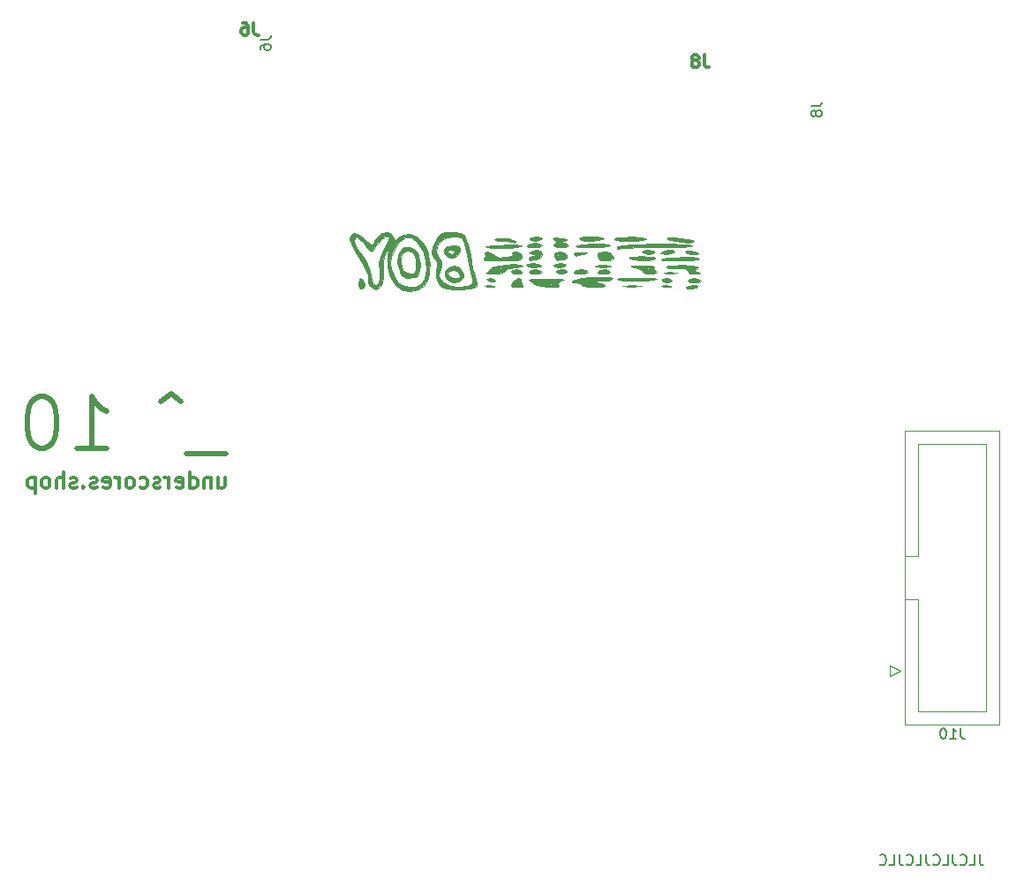
<source format=gbo>
G04 #@! TF.GenerationSoftware,KiCad,Pcbnew,8.0.5*
G04 #@! TF.CreationDate,2025-04-09T15:30:52+10:00*
G04 #@! TF.ProjectId,recurBOY,72656375-7242-44f5-992e-6b696361645f,v1_1_0*
G04 #@! TF.SameCoordinates,Original*
G04 #@! TF.FileFunction,Legend,Bot*
G04 #@! TF.FilePolarity,Positive*
%FSLAX46Y46*%
G04 Gerber Fmt 4.6, Leading zero omitted, Abs format (unit mm)*
G04 Created by KiCad (PCBNEW 8.0.5) date 2025-04-09 15:30:52*
%MOMM*%
%LPD*%
G01*
G04 APERTURE LIST*
%ADD10C,0.300000*%
%ADD11C,0.500000*%
%ADD12C,0.150000*%
%ADD13C,0.010000*%
%ADD14C,0.120000*%
G04 APERTURE END LIST*
D10*
X173499999Y-56539542D02*
X173499999Y-57396685D01*
X173499999Y-57396685D02*
X173557142Y-57568114D01*
X173557142Y-57568114D02*
X173671428Y-57682400D01*
X173671428Y-57682400D02*
X173842856Y-57739542D01*
X173842856Y-57739542D02*
X173957142Y-57739542D01*
X172757142Y-57053828D02*
X172871427Y-56996685D01*
X172871427Y-56996685D02*
X172928570Y-56939542D01*
X172928570Y-56939542D02*
X172985713Y-56825257D01*
X172985713Y-56825257D02*
X172985713Y-56768114D01*
X172985713Y-56768114D02*
X172928570Y-56653828D01*
X172928570Y-56653828D02*
X172871427Y-56596685D01*
X172871427Y-56596685D02*
X172757142Y-56539542D01*
X172757142Y-56539542D02*
X172528570Y-56539542D01*
X172528570Y-56539542D02*
X172414285Y-56596685D01*
X172414285Y-56596685D02*
X172357142Y-56653828D01*
X172357142Y-56653828D02*
X172299999Y-56768114D01*
X172299999Y-56768114D02*
X172299999Y-56825257D01*
X172299999Y-56825257D02*
X172357142Y-56939542D01*
X172357142Y-56939542D02*
X172414285Y-56996685D01*
X172414285Y-56996685D02*
X172528570Y-57053828D01*
X172528570Y-57053828D02*
X172757142Y-57053828D01*
X172757142Y-57053828D02*
X172871427Y-57110971D01*
X172871427Y-57110971D02*
X172928570Y-57168114D01*
X172928570Y-57168114D02*
X172985713Y-57282400D01*
X172985713Y-57282400D02*
X172985713Y-57510971D01*
X172985713Y-57510971D02*
X172928570Y-57625257D01*
X172928570Y-57625257D02*
X172871427Y-57682400D01*
X172871427Y-57682400D02*
X172757142Y-57739542D01*
X172757142Y-57739542D02*
X172528570Y-57739542D01*
X172528570Y-57739542D02*
X172414285Y-57682400D01*
X172414285Y-57682400D02*
X172357142Y-57625257D01*
X172357142Y-57625257D02*
X172299999Y-57510971D01*
X172299999Y-57510971D02*
X172299999Y-57282400D01*
X172299999Y-57282400D02*
X172357142Y-57168114D01*
X172357142Y-57168114D02*
X172414285Y-57110971D01*
X172414285Y-57110971D02*
X172528570Y-57053828D01*
D11*
X127600000Y-94763285D02*
X123790476Y-94763285D01*
X123314285Y-89763285D02*
X122361904Y-89049000D01*
X122361904Y-89049000D02*
X121409523Y-89763285D01*
X113314285Y-94287095D02*
X116171428Y-94287095D01*
X114742856Y-94287095D02*
X114742856Y-89287095D01*
X114742856Y-89287095D02*
X115219047Y-90001380D01*
X115219047Y-90001380D02*
X115695237Y-90477571D01*
X115695237Y-90477571D02*
X116171428Y-90715666D01*
X110219046Y-89287095D02*
X109742856Y-89287095D01*
X109742856Y-89287095D02*
X109266665Y-89525190D01*
X109266665Y-89525190D02*
X109028570Y-89763285D01*
X109028570Y-89763285D02*
X108790475Y-90239476D01*
X108790475Y-90239476D02*
X108552380Y-91191857D01*
X108552380Y-91191857D02*
X108552380Y-92382333D01*
X108552380Y-92382333D02*
X108790475Y-93334714D01*
X108790475Y-93334714D02*
X109028570Y-93810904D01*
X109028570Y-93810904D02*
X109266665Y-94049000D01*
X109266665Y-94049000D02*
X109742856Y-94287095D01*
X109742856Y-94287095D02*
X110219046Y-94287095D01*
X110219046Y-94287095D02*
X110695237Y-94049000D01*
X110695237Y-94049000D02*
X110933332Y-93810904D01*
X110933332Y-93810904D02*
X111171427Y-93334714D01*
X111171427Y-93334714D02*
X111409523Y-92382333D01*
X111409523Y-92382333D02*
X111409523Y-91191857D01*
X111409523Y-91191857D02*
X111171427Y-90239476D01*
X111171427Y-90239476D02*
X110933332Y-89763285D01*
X110933332Y-89763285D02*
X110695237Y-89525190D01*
X110695237Y-89525190D02*
X110219046Y-89287095D01*
D10*
X130299999Y-53439542D02*
X130299999Y-54296685D01*
X130299999Y-54296685D02*
X130357142Y-54468114D01*
X130357142Y-54468114D02*
X130471428Y-54582400D01*
X130471428Y-54582400D02*
X130642856Y-54639542D01*
X130642856Y-54639542D02*
X130757142Y-54639542D01*
X129214285Y-53439542D02*
X129442856Y-53439542D01*
X129442856Y-53439542D02*
X129557142Y-53496685D01*
X129557142Y-53496685D02*
X129614285Y-53553828D01*
X129614285Y-53553828D02*
X129728570Y-53725257D01*
X129728570Y-53725257D02*
X129785713Y-53953828D01*
X129785713Y-53953828D02*
X129785713Y-54410971D01*
X129785713Y-54410971D02*
X129728570Y-54525257D01*
X129728570Y-54525257D02*
X129671427Y-54582400D01*
X129671427Y-54582400D02*
X129557142Y-54639542D01*
X129557142Y-54639542D02*
X129328570Y-54639542D01*
X129328570Y-54639542D02*
X129214285Y-54582400D01*
X129214285Y-54582400D02*
X129157142Y-54525257D01*
X129157142Y-54525257D02*
X129099999Y-54410971D01*
X129099999Y-54410971D02*
X129099999Y-54125257D01*
X129099999Y-54125257D02*
X129157142Y-54010971D01*
X129157142Y-54010971D02*
X129214285Y-53953828D01*
X129214285Y-53953828D02*
X129328570Y-53896685D01*
X129328570Y-53896685D02*
X129557142Y-53896685D01*
X129557142Y-53896685D02*
X129671427Y-53953828D01*
X129671427Y-53953828D02*
X129728570Y-54010971D01*
X129728570Y-54010971D02*
X129785713Y-54125257D01*
X126885714Y-97078328D02*
X126885714Y-98078328D01*
X127528571Y-97078328D02*
X127528571Y-97864042D01*
X127528571Y-97864042D02*
X127457142Y-98006900D01*
X127457142Y-98006900D02*
X127314285Y-98078328D01*
X127314285Y-98078328D02*
X127099999Y-98078328D01*
X127099999Y-98078328D02*
X126957142Y-98006900D01*
X126957142Y-98006900D02*
X126885714Y-97935471D01*
X126171428Y-97078328D02*
X126171428Y-98078328D01*
X126171428Y-97221185D02*
X126099999Y-97149757D01*
X126099999Y-97149757D02*
X125957142Y-97078328D01*
X125957142Y-97078328D02*
X125742856Y-97078328D01*
X125742856Y-97078328D02*
X125599999Y-97149757D01*
X125599999Y-97149757D02*
X125528571Y-97292614D01*
X125528571Y-97292614D02*
X125528571Y-98078328D01*
X124171428Y-98078328D02*
X124171428Y-96578328D01*
X124171428Y-98006900D02*
X124314285Y-98078328D01*
X124314285Y-98078328D02*
X124599999Y-98078328D01*
X124599999Y-98078328D02*
X124742856Y-98006900D01*
X124742856Y-98006900D02*
X124814285Y-97935471D01*
X124814285Y-97935471D02*
X124885713Y-97792614D01*
X124885713Y-97792614D02*
X124885713Y-97364042D01*
X124885713Y-97364042D02*
X124814285Y-97221185D01*
X124814285Y-97221185D02*
X124742856Y-97149757D01*
X124742856Y-97149757D02*
X124599999Y-97078328D01*
X124599999Y-97078328D02*
X124314285Y-97078328D01*
X124314285Y-97078328D02*
X124171428Y-97149757D01*
X122885713Y-98006900D02*
X123028570Y-98078328D01*
X123028570Y-98078328D02*
X123314285Y-98078328D01*
X123314285Y-98078328D02*
X123457142Y-98006900D01*
X123457142Y-98006900D02*
X123528570Y-97864042D01*
X123528570Y-97864042D02*
X123528570Y-97292614D01*
X123528570Y-97292614D02*
X123457142Y-97149757D01*
X123457142Y-97149757D02*
X123314285Y-97078328D01*
X123314285Y-97078328D02*
X123028570Y-97078328D01*
X123028570Y-97078328D02*
X122885713Y-97149757D01*
X122885713Y-97149757D02*
X122814285Y-97292614D01*
X122814285Y-97292614D02*
X122814285Y-97435471D01*
X122814285Y-97435471D02*
X123528570Y-97578328D01*
X122171428Y-98078328D02*
X122171428Y-97078328D01*
X122171428Y-97364042D02*
X122099999Y-97221185D01*
X122099999Y-97221185D02*
X122028571Y-97149757D01*
X122028571Y-97149757D02*
X121885713Y-97078328D01*
X121885713Y-97078328D02*
X121742856Y-97078328D01*
X121314285Y-98006900D02*
X121171428Y-98078328D01*
X121171428Y-98078328D02*
X120885714Y-98078328D01*
X120885714Y-98078328D02*
X120742857Y-98006900D01*
X120742857Y-98006900D02*
X120671428Y-97864042D01*
X120671428Y-97864042D02*
X120671428Y-97792614D01*
X120671428Y-97792614D02*
X120742857Y-97649757D01*
X120742857Y-97649757D02*
X120885714Y-97578328D01*
X120885714Y-97578328D02*
X121100000Y-97578328D01*
X121100000Y-97578328D02*
X121242857Y-97506900D01*
X121242857Y-97506900D02*
X121314285Y-97364042D01*
X121314285Y-97364042D02*
X121314285Y-97292614D01*
X121314285Y-97292614D02*
X121242857Y-97149757D01*
X121242857Y-97149757D02*
X121100000Y-97078328D01*
X121100000Y-97078328D02*
X120885714Y-97078328D01*
X120885714Y-97078328D02*
X120742857Y-97149757D01*
X119385714Y-98006900D02*
X119528571Y-98078328D01*
X119528571Y-98078328D02*
X119814285Y-98078328D01*
X119814285Y-98078328D02*
X119957142Y-98006900D01*
X119957142Y-98006900D02*
X120028571Y-97935471D01*
X120028571Y-97935471D02*
X120099999Y-97792614D01*
X120099999Y-97792614D02*
X120099999Y-97364042D01*
X120099999Y-97364042D02*
X120028571Y-97221185D01*
X120028571Y-97221185D02*
X119957142Y-97149757D01*
X119957142Y-97149757D02*
X119814285Y-97078328D01*
X119814285Y-97078328D02*
X119528571Y-97078328D01*
X119528571Y-97078328D02*
X119385714Y-97149757D01*
X118528571Y-98078328D02*
X118671428Y-98006900D01*
X118671428Y-98006900D02*
X118742857Y-97935471D01*
X118742857Y-97935471D02*
X118814285Y-97792614D01*
X118814285Y-97792614D02*
X118814285Y-97364042D01*
X118814285Y-97364042D02*
X118742857Y-97221185D01*
X118742857Y-97221185D02*
X118671428Y-97149757D01*
X118671428Y-97149757D02*
X118528571Y-97078328D01*
X118528571Y-97078328D02*
X118314285Y-97078328D01*
X118314285Y-97078328D02*
X118171428Y-97149757D01*
X118171428Y-97149757D02*
X118100000Y-97221185D01*
X118100000Y-97221185D02*
X118028571Y-97364042D01*
X118028571Y-97364042D02*
X118028571Y-97792614D01*
X118028571Y-97792614D02*
X118100000Y-97935471D01*
X118100000Y-97935471D02*
X118171428Y-98006900D01*
X118171428Y-98006900D02*
X118314285Y-98078328D01*
X118314285Y-98078328D02*
X118528571Y-98078328D01*
X117385714Y-98078328D02*
X117385714Y-97078328D01*
X117385714Y-97364042D02*
X117314285Y-97221185D01*
X117314285Y-97221185D02*
X117242857Y-97149757D01*
X117242857Y-97149757D02*
X117099999Y-97078328D01*
X117099999Y-97078328D02*
X116957142Y-97078328D01*
X115885714Y-98006900D02*
X116028571Y-98078328D01*
X116028571Y-98078328D02*
X116314286Y-98078328D01*
X116314286Y-98078328D02*
X116457143Y-98006900D01*
X116457143Y-98006900D02*
X116528571Y-97864042D01*
X116528571Y-97864042D02*
X116528571Y-97292614D01*
X116528571Y-97292614D02*
X116457143Y-97149757D01*
X116457143Y-97149757D02*
X116314286Y-97078328D01*
X116314286Y-97078328D02*
X116028571Y-97078328D01*
X116028571Y-97078328D02*
X115885714Y-97149757D01*
X115885714Y-97149757D02*
X115814286Y-97292614D01*
X115814286Y-97292614D02*
X115814286Y-97435471D01*
X115814286Y-97435471D02*
X116528571Y-97578328D01*
X115242857Y-98006900D02*
X115100000Y-98078328D01*
X115100000Y-98078328D02*
X114814286Y-98078328D01*
X114814286Y-98078328D02*
X114671429Y-98006900D01*
X114671429Y-98006900D02*
X114600000Y-97864042D01*
X114600000Y-97864042D02*
X114600000Y-97792614D01*
X114600000Y-97792614D02*
X114671429Y-97649757D01*
X114671429Y-97649757D02*
X114814286Y-97578328D01*
X114814286Y-97578328D02*
X115028572Y-97578328D01*
X115028572Y-97578328D02*
X115171429Y-97506900D01*
X115171429Y-97506900D02*
X115242857Y-97364042D01*
X115242857Y-97364042D02*
X115242857Y-97292614D01*
X115242857Y-97292614D02*
X115171429Y-97149757D01*
X115171429Y-97149757D02*
X115028572Y-97078328D01*
X115028572Y-97078328D02*
X114814286Y-97078328D01*
X114814286Y-97078328D02*
X114671429Y-97149757D01*
X113957143Y-97935471D02*
X113885714Y-98006900D01*
X113885714Y-98006900D02*
X113957143Y-98078328D01*
X113957143Y-98078328D02*
X114028571Y-98006900D01*
X114028571Y-98006900D02*
X113957143Y-97935471D01*
X113957143Y-97935471D02*
X113957143Y-98078328D01*
X113314285Y-98006900D02*
X113171428Y-98078328D01*
X113171428Y-98078328D02*
X112885714Y-98078328D01*
X112885714Y-98078328D02*
X112742857Y-98006900D01*
X112742857Y-98006900D02*
X112671428Y-97864042D01*
X112671428Y-97864042D02*
X112671428Y-97792614D01*
X112671428Y-97792614D02*
X112742857Y-97649757D01*
X112742857Y-97649757D02*
X112885714Y-97578328D01*
X112885714Y-97578328D02*
X113100000Y-97578328D01*
X113100000Y-97578328D02*
X113242857Y-97506900D01*
X113242857Y-97506900D02*
X113314285Y-97364042D01*
X113314285Y-97364042D02*
X113314285Y-97292614D01*
X113314285Y-97292614D02*
X113242857Y-97149757D01*
X113242857Y-97149757D02*
X113100000Y-97078328D01*
X113100000Y-97078328D02*
X112885714Y-97078328D01*
X112885714Y-97078328D02*
X112742857Y-97149757D01*
X112028571Y-98078328D02*
X112028571Y-96578328D01*
X111385714Y-98078328D02*
X111385714Y-97292614D01*
X111385714Y-97292614D02*
X111457142Y-97149757D01*
X111457142Y-97149757D02*
X111599999Y-97078328D01*
X111599999Y-97078328D02*
X111814285Y-97078328D01*
X111814285Y-97078328D02*
X111957142Y-97149757D01*
X111957142Y-97149757D02*
X112028571Y-97221185D01*
X110457142Y-98078328D02*
X110599999Y-98006900D01*
X110599999Y-98006900D02*
X110671428Y-97935471D01*
X110671428Y-97935471D02*
X110742856Y-97792614D01*
X110742856Y-97792614D02*
X110742856Y-97364042D01*
X110742856Y-97364042D02*
X110671428Y-97221185D01*
X110671428Y-97221185D02*
X110599999Y-97149757D01*
X110599999Y-97149757D02*
X110457142Y-97078328D01*
X110457142Y-97078328D02*
X110242856Y-97078328D01*
X110242856Y-97078328D02*
X110099999Y-97149757D01*
X110099999Y-97149757D02*
X110028571Y-97221185D01*
X110028571Y-97221185D02*
X109957142Y-97364042D01*
X109957142Y-97364042D02*
X109957142Y-97792614D01*
X109957142Y-97792614D02*
X110028571Y-97935471D01*
X110028571Y-97935471D02*
X110099999Y-98006900D01*
X110099999Y-98006900D02*
X110242856Y-98078328D01*
X110242856Y-98078328D02*
X110457142Y-98078328D01*
X109314285Y-97078328D02*
X109314285Y-98578328D01*
X109314285Y-97149757D02*
X109171428Y-97078328D01*
X109171428Y-97078328D02*
X108885713Y-97078328D01*
X108885713Y-97078328D02*
X108742856Y-97149757D01*
X108742856Y-97149757D02*
X108671428Y-97221185D01*
X108671428Y-97221185D02*
X108599999Y-97364042D01*
X108599999Y-97364042D02*
X108599999Y-97792614D01*
X108599999Y-97792614D02*
X108671428Y-97935471D01*
X108671428Y-97935471D02*
X108742856Y-98006900D01*
X108742856Y-98006900D02*
X108885713Y-98078328D01*
X108885713Y-98078328D02*
X109171428Y-98078328D01*
X109171428Y-98078328D02*
X109314285Y-98006900D01*
D12*
X199919048Y-133254819D02*
X199919048Y-133969104D01*
X199919048Y-133969104D02*
X199966667Y-134111961D01*
X199966667Y-134111961D02*
X200061905Y-134207200D01*
X200061905Y-134207200D02*
X200204762Y-134254819D01*
X200204762Y-134254819D02*
X200300000Y-134254819D01*
X198966667Y-134254819D02*
X199442857Y-134254819D01*
X199442857Y-134254819D02*
X199442857Y-133254819D01*
X198061905Y-134159580D02*
X198109524Y-134207200D01*
X198109524Y-134207200D02*
X198252381Y-134254819D01*
X198252381Y-134254819D02*
X198347619Y-134254819D01*
X198347619Y-134254819D02*
X198490476Y-134207200D01*
X198490476Y-134207200D02*
X198585714Y-134111961D01*
X198585714Y-134111961D02*
X198633333Y-134016723D01*
X198633333Y-134016723D02*
X198680952Y-133826247D01*
X198680952Y-133826247D02*
X198680952Y-133683390D01*
X198680952Y-133683390D02*
X198633333Y-133492914D01*
X198633333Y-133492914D02*
X198585714Y-133397676D01*
X198585714Y-133397676D02*
X198490476Y-133302438D01*
X198490476Y-133302438D02*
X198347619Y-133254819D01*
X198347619Y-133254819D02*
X198252381Y-133254819D01*
X198252381Y-133254819D02*
X198109524Y-133302438D01*
X198109524Y-133302438D02*
X198061905Y-133350057D01*
X197347619Y-133254819D02*
X197347619Y-133969104D01*
X197347619Y-133969104D02*
X197395238Y-134111961D01*
X197395238Y-134111961D02*
X197490476Y-134207200D01*
X197490476Y-134207200D02*
X197633333Y-134254819D01*
X197633333Y-134254819D02*
X197728571Y-134254819D01*
X196395238Y-134254819D02*
X196871428Y-134254819D01*
X196871428Y-134254819D02*
X196871428Y-133254819D01*
X195490476Y-134159580D02*
X195538095Y-134207200D01*
X195538095Y-134207200D02*
X195680952Y-134254819D01*
X195680952Y-134254819D02*
X195776190Y-134254819D01*
X195776190Y-134254819D02*
X195919047Y-134207200D01*
X195919047Y-134207200D02*
X196014285Y-134111961D01*
X196014285Y-134111961D02*
X196061904Y-134016723D01*
X196061904Y-134016723D02*
X196109523Y-133826247D01*
X196109523Y-133826247D02*
X196109523Y-133683390D01*
X196109523Y-133683390D02*
X196061904Y-133492914D01*
X196061904Y-133492914D02*
X196014285Y-133397676D01*
X196014285Y-133397676D02*
X195919047Y-133302438D01*
X195919047Y-133302438D02*
X195776190Y-133254819D01*
X195776190Y-133254819D02*
X195680952Y-133254819D01*
X195680952Y-133254819D02*
X195538095Y-133302438D01*
X195538095Y-133302438D02*
X195490476Y-133350057D01*
X194776190Y-133254819D02*
X194776190Y-133969104D01*
X194776190Y-133969104D02*
X194823809Y-134111961D01*
X194823809Y-134111961D02*
X194919047Y-134207200D01*
X194919047Y-134207200D02*
X195061904Y-134254819D01*
X195061904Y-134254819D02*
X195157142Y-134254819D01*
X193823809Y-134254819D02*
X194299999Y-134254819D01*
X194299999Y-134254819D02*
X194299999Y-133254819D01*
X192919047Y-134159580D02*
X192966666Y-134207200D01*
X192966666Y-134207200D02*
X193109523Y-134254819D01*
X193109523Y-134254819D02*
X193204761Y-134254819D01*
X193204761Y-134254819D02*
X193347618Y-134207200D01*
X193347618Y-134207200D02*
X193442856Y-134111961D01*
X193442856Y-134111961D02*
X193490475Y-134016723D01*
X193490475Y-134016723D02*
X193538094Y-133826247D01*
X193538094Y-133826247D02*
X193538094Y-133683390D01*
X193538094Y-133683390D02*
X193490475Y-133492914D01*
X193490475Y-133492914D02*
X193442856Y-133397676D01*
X193442856Y-133397676D02*
X193347618Y-133302438D01*
X193347618Y-133302438D02*
X193204761Y-133254819D01*
X193204761Y-133254819D02*
X193109523Y-133254819D01*
X193109523Y-133254819D02*
X192966666Y-133302438D01*
X192966666Y-133302438D02*
X192919047Y-133350057D01*
X192204761Y-133254819D02*
X192204761Y-133969104D01*
X192204761Y-133969104D02*
X192252380Y-134111961D01*
X192252380Y-134111961D02*
X192347618Y-134207200D01*
X192347618Y-134207200D02*
X192490475Y-134254819D01*
X192490475Y-134254819D02*
X192585713Y-134254819D01*
X191252380Y-134254819D02*
X191728570Y-134254819D01*
X191728570Y-134254819D02*
X191728570Y-133254819D01*
X190347618Y-134159580D02*
X190395237Y-134207200D01*
X190395237Y-134207200D02*
X190538094Y-134254819D01*
X190538094Y-134254819D02*
X190633332Y-134254819D01*
X190633332Y-134254819D02*
X190776189Y-134207200D01*
X190776189Y-134207200D02*
X190871427Y-134111961D01*
X190871427Y-134111961D02*
X190919046Y-134016723D01*
X190919046Y-134016723D02*
X190966665Y-133826247D01*
X190966665Y-133826247D02*
X190966665Y-133683390D01*
X190966665Y-133683390D02*
X190919046Y-133492914D01*
X190919046Y-133492914D02*
X190871427Y-133397676D01*
X190871427Y-133397676D02*
X190776189Y-133302438D01*
X190776189Y-133302438D02*
X190633332Y-133254819D01*
X190633332Y-133254819D02*
X190538094Y-133254819D01*
X190538094Y-133254819D02*
X190395237Y-133302438D01*
X190395237Y-133302438D02*
X190347618Y-133350057D01*
X130924819Y-55066666D02*
X131639104Y-55066666D01*
X131639104Y-55066666D02*
X131781961Y-55019047D01*
X131781961Y-55019047D02*
X131877200Y-54923809D01*
X131877200Y-54923809D02*
X131924819Y-54780952D01*
X131924819Y-54780952D02*
X131924819Y-54685714D01*
X130924819Y-55971428D02*
X130924819Y-55780952D01*
X130924819Y-55780952D02*
X130972438Y-55685714D01*
X130972438Y-55685714D02*
X131020057Y-55638095D01*
X131020057Y-55638095D02*
X131162914Y-55542857D01*
X131162914Y-55542857D02*
X131353390Y-55495238D01*
X131353390Y-55495238D02*
X131734342Y-55495238D01*
X131734342Y-55495238D02*
X131829580Y-55542857D01*
X131829580Y-55542857D02*
X131877200Y-55590476D01*
X131877200Y-55590476D02*
X131924819Y-55685714D01*
X131924819Y-55685714D02*
X131924819Y-55876190D01*
X131924819Y-55876190D02*
X131877200Y-55971428D01*
X131877200Y-55971428D02*
X131829580Y-56019047D01*
X131829580Y-56019047D02*
X131734342Y-56066666D01*
X131734342Y-56066666D02*
X131496247Y-56066666D01*
X131496247Y-56066666D02*
X131401009Y-56019047D01*
X131401009Y-56019047D02*
X131353390Y-55971428D01*
X131353390Y-55971428D02*
X131305771Y-55876190D01*
X131305771Y-55876190D02*
X131305771Y-55685714D01*
X131305771Y-55685714D02*
X131353390Y-55590476D01*
X131353390Y-55590476D02*
X131401009Y-55542857D01*
X131401009Y-55542857D02*
X131496247Y-55495238D01*
X183784819Y-61436666D02*
X184499104Y-61436666D01*
X184499104Y-61436666D02*
X184641961Y-61389047D01*
X184641961Y-61389047D02*
X184737200Y-61293809D01*
X184737200Y-61293809D02*
X184784819Y-61150952D01*
X184784819Y-61150952D02*
X184784819Y-61055714D01*
X184213390Y-62055714D02*
X184165771Y-61960476D01*
X184165771Y-61960476D02*
X184118152Y-61912857D01*
X184118152Y-61912857D02*
X184022914Y-61865238D01*
X184022914Y-61865238D02*
X183975295Y-61865238D01*
X183975295Y-61865238D02*
X183880057Y-61912857D01*
X183880057Y-61912857D02*
X183832438Y-61960476D01*
X183832438Y-61960476D02*
X183784819Y-62055714D01*
X183784819Y-62055714D02*
X183784819Y-62246190D01*
X183784819Y-62246190D02*
X183832438Y-62341428D01*
X183832438Y-62341428D02*
X183880057Y-62389047D01*
X183880057Y-62389047D02*
X183975295Y-62436666D01*
X183975295Y-62436666D02*
X184022914Y-62436666D01*
X184022914Y-62436666D02*
X184118152Y-62389047D01*
X184118152Y-62389047D02*
X184165771Y-62341428D01*
X184165771Y-62341428D02*
X184213390Y-62246190D01*
X184213390Y-62246190D02*
X184213390Y-62055714D01*
X184213390Y-62055714D02*
X184261009Y-61960476D01*
X184261009Y-61960476D02*
X184308628Y-61912857D01*
X184308628Y-61912857D02*
X184403866Y-61865238D01*
X184403866Y-61865238D02*
X184594342Y-61865238D01*
X184594342Y-61865238D02*
X184689580Y-61912857D01*
X184689580Y-61912857D02*
X184737200Y-61960476D01*
X184737200Y-61960476D02*
X184784819Y-62055714D01*
X184784819Y-62055714D02*
X184784819Y-62246190D01*
X184784819Y-62246190D02*
X184737200Y-62341428D01*
X184737200Y-62341428D02*
X184689580Y-62389047D01*
X184689580Y-62389047D02*
X184594342Y-62436666D01*
X184594342Y-62436666D02*
X184403866Y-62436666D01*
X184403866Y-62436666D02*
X184308628Y-62389047D01*
X184308628Y-62389047D02*
X184261009Y-62341428D01*
X184261009Y-62341428D02*
X184213390Y-62246190D01*
X198079523Y-121134819D02*
X198079523Y-121849104D01*
X198079523Y-121849104D02*
X198127142Y-121991961D01*
X198127142Y-121991961D02*
X198222380Y-122087200D01*
X198222380Y-122087200D02*
X198365237Y-122134819D01*
X198365237Y-122134819D02*
X198460475Y-122134819D01*
X197079523Y-122134819D02*
X197650951Y-122134819D01*
X197365237Y-122134819D02*
X197365237Y-121134819D01*
X197365237Y-121134819D02*
X197460475Y-121277676D01*
X197460475Y-121277676D02*
X197555713Y-121372914D01*
X197555713Y-121372914D02*
X197650951Y-121420533D01*
X196460475Y-121134819D02*
X196365237Y-121134819D01*
X196365237Y-121134819D02*
X196269999Y-121182438D01*
X196269999Y-121182438D02*
X196222380Y-121230057D01*
X196222380Y-121230057D02*
X196174761Y-121325295D01*
X196174761Y-121325295D02*
X196127142Y-121515771D01*
X196127142Y-121515771D02*
X196127142Y-121753866D01*
X196127142Y-121753866D02*
X196174761Y-121944342D01*
X196174761Y-121944342D02*
X196222380Y-122039580D01*
X196222380Y-122039580D02*
X196269999Y-122087200D01*
X196269999Y-122087200D02*
X196365237Y-122134819D01*
X196365237Y-122134819D02*
X196460475Y-122134819D01*
X196460475Y-122134819D02*
X196555713Y-122087200D01*
X196555713Y-122087200D02*
X196603332Y-122039580D01*
X196603332Y-122039580D02*
X196650951Y-121944342D01*
X196650951Y-121944342D02*
X196698570Y-121753866D01*
X196698570Y-121753866D02*
X196698570Y-121515771D01*
X196698570Y-121515771D02*
X196650951Y-121325295D01*
X196650951Y-121325295D02*
X196603332Y-121230057D01*
X196603332Y-121230057D02*
X196555713Y-121182438D01*
X196555713Y-121182438D02*
X196460475Y-121134819D01*
D13*
X153310449Y-78666963D02*
X153414600Y-78694640D01*
X153352410Y-78742447D01*
X152942500Y-78763287D01*
X152718268Y-78760553D01*
X152414303Y-78728449D01*
X152463782Y-78671234D01*
X152758923Y-78632884D01*
X153310449Y-78666963D01*
G36*
X153310449Y-78666963D02*
G01*
X153414600Y-78694640D01*
X153352410Y-78742447D01*
X152942500Y-78763287D01*
X152718268Y-78760553D01*
X152414303Y-78728449D01*
X152463782Y-78671234D01*
X152758923Y-78632884D01*
X153310449Y-78666963D01*
G37*
X153294210Y-78005918D02*
X153471666Y-78161850D01*
X153385853Y-78254867D01*
X153048333Y-78242996D01*
X152799525Y-78162333D01*
X152625000Y-78051146D01*
X152703778Y-78004143D01*
X153048333Y-77970000D01*
X153294210Y-78005918D01*
G36*
X153294210Y-78005918D02*
G01*
X153471666Y-78161850D01*
X153385853Y-78254867D01*
X153048333Y-78242996D01*
X152799525Y-78162333D01*
X152625000Y-78051146D01*
X152703778Y-78004143D01*
X153048333Y-77970000D01*
X153294210Y-78005918D01*
G37*
X155830526Y-77175885D02*
X156011666Y-77335000D01*
X155880287Y-77474210D01*
X155482500Y-77546666D01*
X155134473Y-77494114D01*
X154953333Y-77335000D01*
X155084712Y-77195789D01*
X155482500Y-77123333D01*
X155830526Y-77175885D01*
G36*
X155830526Y-77175885D02*
G01*
X156011666Y-77335000D01*
X155880287Y-77474210D01*
X155482500Y-77546666D01*
X155134473Y-77494114D01*
X154953333Y-77335000D01*
X155084712Y-77195789D01*
X155482500Y-77123333D01*
X155830526Y-77175885D01*
G37*
X170243782Y-78666963D02*
X170347933Y-78694640D01*
X170285743Y-78742447D01*
X169875833Y-78763287D01*
X169651602Y-78760553D01*
X169347636Y-78728449D01*
X169397115Y-78671234D01*
X169692257Y-78632884D01*
X170243782Y-78666963D01*
G36*
X170243782Y-78666963D02*
G01*
X170347933Y-78694640D01*
X170285743Y-78742447D01*
X169875833Y-78763287D01*
X169651602Y-78760553D01*
X169347636Y-78728449D01*
X169397115Y-78671234D01*
X169692257Y-78632884D01*
X170243782Y-78666963D01*
G37*
X170223485Y-78023901D02*
X170405000Y-78181666D01*
X170331269Y-78302285D01*
X169994158Y-78393333D01*
X169751049Y-78359480D01*
X169452500Y-78181666D01*
X169503214Y-78037190D01*
X169863341Y-77970000D01*
X170223485Y-78023901D01*
G36*
X170223485Y-78023901D02*
G01*
X170405000Y-78181666D01*
X170331269Y-78302285D01*
X169994158Y-78393333D01*
X169751049Y-78359480D01*
X169452500Y-78181666D01*
X169503214Y-78037190D01*
X169863341Y-77970000D01*
X170223485Y-78023901D01*
G37*
X170772506Y-77394778D02*
X170919895Y-77432358D01*
X170779423Y-77470287D01*
X170299166Y-77486127D01*
X169906324Y-77479196D01*
X169629000Y-77447243D01*
X169714173Y-77397667D01*
X170146525Y-77359958D01*
X170772506Y-77394778D01*
G36*
X170772506Y-77394778D02*
G01*
X170919895Y-77432358D01*
X170779423Y-77470287D01*
X170299166Y-77486127D01*
X169906324Y-77479196D01*
X169629000Y-77447243D01*
X169714173Y-77397667D01*
X170146525Y-77359958D01*
X170772506Y-77394778D01*
G37*
X172769078Y-78647547D02*
X172868563Y-78769101D01*
X172662012Y-78888968D01*
X172209451Y-78979358D01*
X171855147Y-78956906D01*
X171781704Y-78815257D01*
X171988091Y-78680744D01*
X172440817Y-78605000D01*
X172769078Y-78647547D01*
G36*
X172769078Y-78647547D02*
G01*
X172868563Y-78769101D01*
X172662012Y-78888968D01*
X172209451Y-78979358D01*
X171855147Y-78956906D01*
X171781704Y-78815257D01*
X171988091Y-78680744D01*
X172440817Y-78605000D01*
X172769078Y-78647547D01*
G37*
X140761755Y-78132120D02*
X140902163Y-78497744D01*
X140863561Y-78839220D01*
X140818871Y-78891733D01*
X140545374Y-78913460D01*
X140462646Y-78828532D01*
X140359163Y-78492666D01*
X140383466Y-78135940D01*
X140537354Y-77970000D01*
X140761755Y-78132120D01*
G36*
X140761755Y-78132120D02*
G01*
X140902163Y-78497744D01*
X140863561Y-78839220D01*
X140818871Y-78891733D01*
X140545374Y-78913460D01*
X140462646Y-78828532D01*
X140359163Y-78492666D01*
X140383466Y-78135940D01*
X140537354Y-77970000D01*
X140761755Y-78132120D01*
G37*
X170616666Y-75430000D02*
X170603510Y-75468120D01*
X170332944Y-75586549D01*
X169822916Y-75626789D01*
X169404860Y-75607367D01*
X169253779Y-75548215D01*
X169452500Y-75430000D01*
X170010802Y-75262306D01*
X170444021Y-75261095D01*
X170616666Y-75430000D01*
G36*
X170616666Y-75430000D02*
G01*
X170603510Y-75468120D01*
X170332944Y-75586549D01*
X169822916Y-75626789D01*
X169404860Y-75607367D01*
X169253779Y-75548215D01*
X169452500Y-75430000D01*
X170010802Y-75262306D01*
X170444021Y-75261095D01*
X170616666Y-75430000D01*
G37*
X157524693Y-76547501D02*
X157810833Y-76700000D01*
X157823132Y-76728893D01*
X157669946Y-76861529D01*
X157188325Y-76911666D01*
X157080321Y-76909481D01*
X156621293Y-76838973D01*
X156435000Y-76700000D01*
X156617083Y-76550775D01*
X157057508Y-76488333D01*
X157524693Y-76547501D01*
G36*
X157524693Y-76547501D02*
G01*
X157810833Y-76700000D01*
X157823132Y-76728893D01*
X157669946Y-76861529D01*
X157188325Y-76911666D01*
X157080321Y-76909481D01*
X156621293Y-76838973D01*
X156435000Y-76700000D01*
X156617083Y-76550775D01*
X157057508Y-76488333D01*
X157524693Y-76547501D01*
G37*
X157733025Y-74645245D02*
X157916666Y-74795000D01*
X157908891Y-74825346D01*
X157657949Y-74954322D01*
X157163341Y-75006666D01*
X157061475Y-75005104D01*
X156630258Y-74939030D01*
X156540833Y-74795000D01*
X156805337Y-74648580D01*
X157294158Y-74583333D01*
X157733025Y-74645245D01*
G36*
X157733025Y-74645245D02*
G01*
X157916666Y-74795000D01*
X157908891Y-74825346D01*
X157657949Y-74954322D01*
X157163341Y-75006666D01*
X157061475Y-75005104D01*
X156630258Y-74939030D01*
X156540833Y-74795000D01*
X156805337Y-74648580D01*
X157294158Y-74583333D01*
X157733025Y-74645245D01*
G37*
X157735915Y-73999502D02*
X157916666Y-74160000D01*
X157916411Y-74165960D01*
X157720399Y-74311447D01*
X157269175Y-74371666D01*
X157247023Y-74371564D01*
X156835211Y-74309907D01*
X156752500Y-74160000D01*
X156951810Y-74026377D01*
X157399992Y-73948333D01*
X157735915Y-73999502D01*
G36*
X157735915Y-73999502D02*
G01*
X157916666Y-74160000D01*
X157916411Y-74165960D01*
X157720399Y-74311447D01*
X157269175Y-74371666D01*
X157247023Y-74371564D01*
X156835211Y-74309907D01*
X156752500Y-74160000D01*
X156951810Y-74026377D01*
X157399992Y-73948333D01*
X157735915Y-73999502D01*
G37*
X160064248Y-76539502D02*
X160245000Y-76700000D01*
X160244745Y-76705960D01*
X160048733Y-76851447D01*
X159597508Y-76911666D01*
X159575357Y-76911564D01*
X159163545Y-76849907D01*
X159080833Y-76700000D01*
X159280143Y-76566377D01*
X159728325Y-76488333D01*
X160064248Y-76539502D01*
G36*
X160064248Y-76539502D02*
G01*
X160245000Y-76700000D01*
X160244745Y-76705960D01*
X160048733Y-76851447D01*
X159597508Y-76911666D01*
X159575357Y-76911564D01*
X159163545Y-76849907D01*
X159080833Y-76700000D01*
X159280143Y-76566377D01*
X159728325Y-76488333D01*
X160064248Y-76539502D01*
G37*
X159852958Y-77123529D02*
X160267278Y-77185837D01*
X160350833Y-77335000D01*
X160221653Y-77446564D01*
X159821666Y-77546666D01*
X159591927Y-77514663D01*
X159292500Y-77335000D01*
X159286884Y-77324925D01*
X159391408Y-77179696D01*
X159821666Y-77123333D01*
X159852958Y-77123529D01*
G36*
X159852958Y-77123529D02*
G01*
X160267278Y-77185837D01*
X160350833Y-77335000D01*
X160221653Y-77446564D01*
X159821666Y-77546666D01*
X159591927Y-77514663D01*
X159292500Y-77335000D01*
X159286884Y-77324925D01*
X159391408Y-77179696D01*
X159821666Y-77123333D01*
X159852958Y-77123529D01*
G37*
X162178025Y-77185245D02*
X162361666Y-77335000D01*
X162353891Y-77365346D01*
X162102949Y-77494322D01*
X161608341Y-77546666D01*
X161506475Y-77545104D01*
X161075258Y-77479030D01*
X160985833Y-77335000D01*
X161250337Y-77188580D01*
X161739158Y-77123333D01*
X162178025Y-77185245D01*
G36*
X162178025Y-77185245D02*
G01*
X162361666Y-77335000D01*
X162353891Y-77365346D01*
X162102949Y-77494322D01*
X161608341Y-77546666D01*
X161506475Y-77545104D01*
X161075258Y-77479030D01*
X160985833Y-77335000D01*
X161250337Y-77188580D01*
X161739158Y-77123333D01*
X162178025Y-77185245D01*
G37*
X164387046Y-76721810D02*
X164520692Y-76794082D01*
X164409710Y-76866303D01*
X163896250Y-76896789D01*
X163659671Y-76897836D01*
X163185305Y-76876970D01*
X162996666Y-76830508D01*
X163113053Y-76732530D01*
X163498858Y-76656904D01*
X163983575Y-76648635D01*
X164387046Y-76721810D01*
G36*
X164387046Y-76721810D02*
G01*
X164520692Y-76794082D01*
X164409710Y-76866303D01*
X163896250Y-76896789D01*
X163659671Y-76897836D01*
X163185305Y-76876970D01*
X162996666Y-76830508D01*
X163113053Y-76732530D01*
X163498858Y-76656904D01*
X163983575Y-76648635D01*
X164387046Y-76721810D01*
G37*
X164297582Y-77174502D02*
X164478333Y-77335000D01*
X164478078Y-77340960D01*
X164282066Y-77486447D01*
X163830841Y-77546666D01*
X163808690Y-77546564D01*
X163396878Y-77484907D01*
X163314166Y-77335000D01*
X163513476Y-77201377D01*
X163961658Y-77123333D01*
X164297582Y-77174502D01*
G36*
X164297582Y-77174502D02*
G01*
X164478333Y-77335000D01*
X164478078Y-77340960D01*
X164282066Y-77486447D01*
X163830841Y-77546666D01*
X163808690Y-77546564D01*
X163396878Y-77484907D01*
X163314166Y-77335000D01*
X163513476Y-77201377D01*
X163961658Y-77123333D01*
X164297582Y-77174502D01*
G37*
X167388750Y-78662474D02*
X167500824Y-78676628D01*
X167547653Y-78711811D01*
X167230988Y-78736310D01*
X166595000Y-78745503D01*
X166335987Y-78744287D01*
X165808050Y-78729145D01*
X165615080Y-78700333D01*
X165801250Y-78662474D01*
X166593956Y-78628224D01*
X167388750Y-78662474D01*
G36*
X167388750Y-78662474D02*
G01*
X167500824Y-78676628D01*
X167547653Y-78711811D01*
X167230988Y-78736310D01*
X166595000Y-78745503D01*
X166335987Y-78744287D01*
X165808050Y-78729145D01*
X165615080Y-78700333D01*
X165801250Y-78662474D01*
X166593956Y-78628224D01*
X167388750Y-78662474D01*
G37*
X168082406Y-75218416D02*
X168527454Y-75282493D01*
X168711666Y-75430000D01*
X168586763Y-75567617D01*
X168194992Y-75641666D01*
X167839268Y-75593847D01*
X167547500Y-75430000D01*
X167543325Y-75422738D01*
X167641033Y-75275658D01*
X168064175Y-75218333D01*
X168082406Y-75218416D01*
G36*
X168082406Y-75218416D02*
G01*
X168527454Y-75282493D01*
X168711666Y-75430000D01*
X168586763Y-75567617D01*
X168194992Y-75641666D01*
X167839268Y-75593847D01*
X167547500Y-75430000D01*
X167543325Y-75422738D01*
X167641033Y-75275658D01*
X168064175Y-75218333D01*
X168082406Y-75218416D01*
G37*
X172595986Y-75379846D02*
X172900415Y-75526525D01*
X172907683Y-75536114D01*
X172769036Y-75610972D01*
X172345278Y-75641666D01*
X172307991Y-75641334D01*
X171859687Y-75574240D01*
X171675000Y-75425860D01*
X171798659Y-75328432D01*
X172166259Y-75308683D01*
X172595986Y-75379846D01*
G36*
X172595986Y-75379846D02*
G01*
X172900415Y-75526525D01*
X172907683Y-75536114D01*
X172769036Y-75610972D01*
X172345278Y-75641666D01*
X172307991Y-75641334D01*
X171859687Y-75574240D01*
X171675000Y-75425860D01*
X171798659Y-75328432D01*
X172166259Y-75308683D01*
X172595986Y-75379846D01*
G37*
X157289567Y-77123349D02*
X157732735Y-77186381D01*
X157916666Y-77335000D01*
X157916618Y-77337633D01*
X157727521Y-77485356D01*
X157281666Y-77546666D01*
X157273766Y-77546650D01*
X156830598Y-77483618D01*
X156646666Y-77335000D01*
X156646715Y-77332366D01*
X156835812Y-77184643D01*
X157281666Y-77123333D01*
X157289567Y-77123349D01*
G36*
X157289567Y-77123349D02*
G01*
X157732735Y-77186381D01*
X157916666Y-77335000D01*
X157916618Y-77337633D01*
X157727521Y-77485356D01*
X157281666Y-77546666D01*
X157273766Y-77546650D01*
X156830598Y-77483618D01*
X156646666Y-77335000D01*
X156646715Y-77332366D01*
X156835812Y-77184643D01*
X157281666Y-77123333D01*
X157289567Y-77123349D01*
G37*
X161888153Y-75462374D02*
X162248518Y-75485888D01*
X162221237Y-75536137D01*
X161832500Y-75641666D01*
X161817804Y-75645409D01*
X161367020Y-75764559D01*
X161157075Y-75828290D01*
X161136805Y-75824886D01*
X160985833Y-75641666D01*
X160972216Y-75604375D01*
X161148323Y-75485190D01*
X161661258Y-75455043D01*
X161888153Y-75462374D01*
G36*
X161888153Y-75462374D02*
G01*
X162248518Y-75485888D01*
X162221237Y-75536137D01*
X161832500Y-75641666D01*
X161817804Y-75645409D01*
X161367020Y-75764559D01*
X161157075Y-75828290D01*
X161136805Y-75824886D01*
X160985833Y-75641666D01*
X160972216Y-75604375D01*
X161148323Y-75485190D01*
X161661258Y-75455043D01*
X161888153Y-75462374D01*
G37*
X163158272Y-73967201D02*
X163651953Y-74044084D01*
X163843333Y-74160000D01*
X163739558Y-74247110D01*
X163316704Y-74336870D01*
X162679166Y-74371666D01*
X162200061Y-74352798D01*
X161706380Y-74275915D01*
X161515000Y-74160000D01*
X161618775Y-74072889D01*
X162041629Y-73983129D01*
X162679166Y-73948333D01*
X163158272Y-73967201D01*
G36*
X163158272Y-73967201D02*
G01*
X163651953Y-74044084D01*
X163843333Y-74160000D01*
X163739558Y-74247110D01*
X163316704Y-74336870D01*
X162679166Y-74371666D01*
X162200061Y-74352798D01*
X161706380Y-74275915D01*
X161515000Y-74160000D01*
X161618775Y-74072889D01*
X162041629Y-73983129D01*
X162679166Y-73948333D01*
X163158272Y-73967201D01*
G37*
X168199287Y-75875049D02*
X168700106Y-75946176D01*
X168817500Y-76065000D01*
X168570176Y-76187758D01*
X168041286Y-76257941D01*
X167395561Y-76260876D01*
X166790433Y-76196562D01*
X166383333Y-76065000D01*
X166365176Y-76052535D01*
X166362063Y-75942324D01*
X166735118Y-75878410D01*
X167507075Y-75856574D01*
X168199287Y-75875049D01*
G36*
X168199287Y-75875049D02*
G01*
X168700106Y-75946176D01*
X168817500Y-76065000D01*
X168570176Y-76187758D01*
X168041286Y-76257941D01*
X167395561Y-76260876D01*
X166790433Y-76196562D01*
X166383333Y-76065000D01*
X166365176Y-76052535D01*
X166362063Y-75942324D01*
X166735118Y-75878410D01*
X167507075Y-75856574D01*
X168199287Y-75875049D01*
G37*
X172529567Y-77970016D02*
X172972735Y-78033048D01*
X173156666Y-78181666D01*
X173156618Y-78184300D01*
X172967521Y-78332022D01*
X172521666Y-78393333D01*
X172513766Y-78393317D01*
X172070598Y-78330284D01*
X171886666Y-78181666D01*
X171886715Y-78179033D01*
X172075812Y-78031310D01*
X172521666Y-77970000D01*
X172529567Y-77970016D01*
G36*
X172529567Y-77970016D02*
G01*
X172972735Y-78033048D01*
X173156666Y-78181666D01*
X173156618Y-78184300D01*
X172967521Y-78332022D01*
X172521666Y-78393333D01*
X172513766Y-78393317D01*
X172070598Y-78330284D01*
X171886666Y-78181666D01*
X171886715Y-78179033D01*
X172075812Y-78031310D01*
X172521666Y-77970000D01*
X172529567Y-77970016D01*
G37*
X154740707Y-74150025D02*
X155191438Y-74265238D01*
X155376666Y-74416545D01*
X155324664Y-74509758D01*
X155041855Y-74500145D01*
X155013210Y-74490057D01*
X154551479Y-74406113D01*
X153941188Y-74371666D01*
X153801658Y-74368826D01*
X153420444Y-74308912D01*
X153376416Y-74191648D01*
X153672462Y-74098682D01*
X154181905Y-74088606D01*
X154740707Y-74150025D01*
G36*
X154740707Y-74150025D02*
G01*
X155191438Y-74265238D01*
X155376666Y-74416545D01*
X155324664Y-74509758D01*
X155041855Y-74500145D01*
X155013210Y-74490057D01*
X154551479Y-74406113D01*
X153941188Y-74371666D01*
X153801658Y-74368826D01*
X153420444Y-74308912D01*
X153376416Y-74191648D01*
X153672462Y-74098682D01*
X154181905Y-74088606D01*
X154740707Y-74150025D01*
G37*
X155884906Y-77999707D02*
X155942947Y-78109274D01*
X155905147Y-78223963D01*
X156039420Y-78532608D01*
X156119678Y-78652337D01*
X156044931Y-78782709D01*
X155614251Y-78816666D01*
X155585940Y-78816585D01*
X155138196Y-78789395D01*
X154953333Y-78728145D01*
X154967186Y-78587827D01*
X155212569Y-78152735D01*
X155646257Y-77970000D01*
X155884906Y-77999707D01*
G36*
X155884906Y-77999707D02*
G01*
X155942947Y-78109274D01*
X155905147Y-78223963D01*
X156039420Y-78532608D01*
X156119678Y-78652337D01*
X156044931Y-78782709D01*
X155614251Y-78816666D01*
X155585940Y-78816585D01*
X155138196Y-78789395D01*
X154953333Y-78728145D01*
X154967186Y-78587827D01*
X155212569Y-78152735D01*
X155646257Y-77970000D01*
X155884906Y-77999707D01*
G37*
X170643384Y-74044199D02*
X171253613Y-74103185D01*
X171864079Y-74196717D01*
X172333767Y-74306218D01*
X172521666Y-74413108D01*
X172436322Y-74483917D01*
X172012826Y-74520057D01*
X171304583Y-74466230D01*
X170777213Y-74397762D01*
X170209104Y-74297142D01*
X169969335Y-74197246D01*
X169999305Y-74080768D01*
X170174405Y-74038341D01*
X170643384Y-74044199D01*
G36*
X170643384Y-74044199D02*
G01*
X171253613Y-74103185D01*
X171864079Y-74196717D01*
X172333767Y-74306218D01*
X172521666Y-74413108D01*
X172436322Y-74483917D01*
X172012826Y-74520057D01*
X171304583Y-74466230D01*
X170777213Y-74397762D01*
X170209104Y-74297142D01*
X169969335Y-74197246D01*
X169999305Y-74080768D01*
X170174405Y-74038341D01*
X170643384Y-74044199D01*
G37*
X163716662Y-74633597D02*
X164277844Y-74689107D01*
X164478333Y-74793493D01*
X164473829Y-74810768D01*
X164219772Y-74913145D01*
X163631189Y-74981672D01*
X162785000Y-75006666D01*
X162143451Y-74996612D01*
X161433142Y-74944723D01*
X161142220Y-74864547D01*
X161270659Y-74774129D01*
X161818435Y-74691513D01*
X162785521Y-74634743D01*
X162855218Y-74632631D01*
X163716662Y-74633597D01*
G36*
X163716662Y-74633597D02*
G01*
X164277844Y-74689107D01*
X164478333Y-74793493D01*
X164473829Y-74810768D01*
X164219772Y-74913145D01*
X163631189Y-74981672D01*
X162785000Y-75006666D01*
X162143451Y-74996612D01*
X161433142Y-74944723D01*
X161142220Y-74864547D01*
X161270659Y-74774129D01*
X161818435Y-74691513D01*
X162785521Y-74634743D01*
X162855218Y-74632631D01*
X163716662Y-74633597D01*
G37*
X166637608Y-73984951D02*
X167353850Y-74018666D01*
X167823401Y-74087872D01*
X167958023Y-74180727D01*
X167893104Y-74227353D01*
X167511568Y-74310985D01*
X166912813Y-74357294D01*
X166224642Y-74366539D01*
X165574858Y-74338983D01*
X165091265Y-74274883D01*
X164901666Y-74174502D01*
X164908604Y-74156086D01*
X165168976Y-74066382D01*
X165730193Y-74004727D01*
X166488848Y-73983563D01*
X166637608Y-73984951D01*
G36*
X166637608Y-73984951D02*
G01*
X167353850Y-74018666D01*
X167823401Y-74087872D01*
X167958023Y-74180727D01*
X167893104Y-74227353D01*
X167511568Y-74310985D01*
X166912813Y-74357294D01*
X166224642Y-74366539D01*
X165574858Y-74338983D01*
X165091265Y-74274883D01*
X164901666Y-74174502D01*
X164908604Y-74156086D01*
X165168976Y-74066382D01*
X165730193Y-74004727D01*
X166488848Y-73983563D01*
X166637608Y-73984951D01*
G37*
X172251020Y-75941696D02*
X172800149Y-75986045D01*
X173052065Y-76066992D01*
X173057166Y-76098526D01*
X172818820Y-76195047D01*
X172198758Y-76255650D01*
X171228881Y-76276666D01*
X170746274Y-76272450D01*
X170018959Y-76246151D01*
X169544967Y-76201094D01*
X169409279Y-76143498D01*
X169568381Y-76078073D01*
X170063359Y-76002134D01*
X170758324Y-75952351D01*
X171528978Y-75931335D01*
X172251020Y-75941696D01*
G36*
X172251020Y-75941696D02*
G01*
X172800149Y-75986045D01*
X173052065Y-76066992D01*
X173057166Y-76098526D01*
X172818820Y-76195047D01*
X172198758Y-76255650D01*
X171228881Y-76276666D01*
X170746274Y-76272450D01*
X170018959Y-76246151D01*
X169544967Y-76201094D01*
X169409279Y-76143498D01*
X169568381Y-76078073D01*
X170063359Y-76002134D01*
X170758324Y-75952351D01*
X171528978Y-75931335D01*
X172251020Y-75941696D01*
G37*
X155323176Y-74747817D02*
X155820002Y-74775653D01*
X156011666Y-74829935D01*
X155924735Y-74894724D01*
X155521402Y-74986197D01*
X154900416Y-75048521D01*
X154421332Y-75064089D01*
X153775449Y-75057480D01*
X153179546Y-75027772D01*
X152726951Y-74982190D01*
X152510993Y-74927962D01*
X152625000Y-74872315D01*
X152629250Y-74871579D01*
X153174224Y-74808307D01*
X153883037Y-74765611D01*
X154638437Y-74744958D01*
X155323176Y-74747817D01*
G36*
X155323176Y-74747817D02*
G01*
X155820002Y-74775653D01*
X156011666Y-74829935D01*
X155924735Y-74894724D01*
X155521402Y-74986197D01*
X154900416Y-75048521D01*
X154421332Y-75064089D01*
X153775449Y-75057480D01*
X153179546Y-75027772D01*
X152726951Y-74982190D01*
X152510993Y-74927962D01*
X152625000Y-74872315D01*
X152629250Y-74871579D01*
X153174224Y-74808307D01*
X153883037Y-74765611D01*
X154638437Y-74744958D01*
X155323176Y-74747817D01*
G37*
X168232560Y-77914831D02*
X168731423Y-77956553D01*
X168923395Y-78022916D01*
X168868743Y-78060280D01*
X168490190Y-78122613D01*
X167830435Y-78165627D01*
X166983055Y-78181666D01*
X166511817Y-78177726D01*
X165784293Y-78152337D01*
X165309142Y-78108606D01*
X165171822Y-78052621D01*
X165183311Y-78043768D01*
X165481586Y-77976027D01*
X166051318Y-77928347D01*
X166776838Y-77901644D01*
X167542475Y-77896833D01*
X168232560Y-77914831D01*
G36*
X168232560Y-77914831D02*
G01*
X168731423Y-77956553D01*
X168923395Y-78022916D01*
X168868743Y-78060280D01*
X168490190Y-78122613D01*
X167830435Y-78165627D01*
X166983055Y-78181666D01*
X166511817Y-78177726D01*
X165784293Y-78152337D01*
X165309142Y-78108606D01*
X165171822Y-78052621D01*
X165183311Y-78043768D01*
X165481586Y-77976027D01*
X166051318Y-77928347D01*
X166776838Y-77901644D01*
X167542475Y-77896833D01*
X168232560Y-77914831D01*
G37*
X157769297Y-75285172D02*
X157916666Y-75626945D01*
X157837866Y-75892418D01*
X157440416Y-76127286D01*
X157122151Y-76188233D01*
X156805416Y-76247841D01*
X156765552Y-76248278D01*
X156646666Y-76065000D01*
X156750755Y-75928693D01*
X157122916Y-75832234D01*
X157383128Y-75816365D01*
X157424478Y-75772248D01*
X157070000Y-75663739D01*
X156831386Y-75591349D01*
X156698100Y-75489048D01*
X156928562Y-75367338D01*
X157327255Y-75247270D01*
X157769297Y-75285172D01*
G36*
X157769297Y-75285172D02*
G01*
X157916666Y-75626945D01*
X157837866Y-75892418D01*
X157440416Y-76127286D01*
X157122151Y-76188233D01*
X156805416Y-76247841D01*
X156765552Y-76248278D01*
X156646666Y-76065000D01*
X156750755Y-75928693D01*
X157122916Y-75832234D01*
X157383128Y-75816365D01*
X157424478Y-75772248D01*
X157070000Y-75663739D01*
X156831386Y-75591349D01*
X156698100Y-75489048D01*
X156928562Y-75367338D01*
X157327255Y-75247270D01*
X157769297Y-75285172D01*
G37*
X164058541Y-75432020D02*
X164493424Y-75498779D01*
X164584166Y-75641666D01*
X164551969Y-75724395D01*
X164690000Y-75853333D01*
X164772028Y-75870266D01*
X164795833Y-76065000D01*
X164759038Y-76102124D01*
X164447971Y-76214630D01*
X163998993Y-76277399D01*
X163595277Y-76274035D01*
X163420000Y-76188145D01*
X163403591Y-76102231D01*
X163291521Y-75764811D01*
X163261671Y-75601995D01*
X163432301Y-75465814D01*
X163939012Y-75430000D01*
X164058541Y-75432020D01*
G36*
X164058541Y-75432020D02*
G01*
X164493424Y-75498779D01*
X164584166Y-75641666D01*
X164551969Y-75724395D01*
X164690000Y-75853333D01*
X164772028Y-75870266D01*
X164795833Y-76065000D01*
X164759038Y-76102124D01*
X164447971Y-76214630D01*
X163998993Y-76277399D01*
X163595277Y-76274035D01*
X163420000Y-76188145D01*
X163403591Y-76102231D01*
X163291521Y-75764811D01*
X163261671Y-75601995D01*
X163432301Y-75465814D01*
X163939012Y-75430000D01*
X164058541Y-75432020D01*
G37*
X160301967Y-75957814D02*
X159968713Y-76128820D01*
X159665429Y-76188259D01*
X159370103Y-76247841D01*
X159269304Y-76182455D01*
X159125336Y-75853333D01*
X159104802Y-75747500D01*
X159398333Y-75747500D01*
X159504166Y-75853333D01*
X159610000Y-75747500D01*
X159504166Y-75641666D01*
X159398333Y-75747500D01*
X159104802Y-75747500D01*
X159095127Y-75697638D01*
X159191670Y-75482654D01*
X159607170Y-75430000D01*
X160029734Y-75504962D01*
X160304301Y-75715057D01*
X160303989Y-75747500D01*
X160301967Y-75957814D01*
G36*
X160301967Y-75957814D02*
G01*
X159968713Y-76128820D01*
X159665429Y-76188259D01*
X159370103Y-76247841D01*
X159269304Y-76182455D01*
X159125336Y-75853333D01*
X159104802Y-75747500D01*
X159398333Y-75747500D01*
X159504166Y-75853333D01*
X159610000Y-75747500D01*
X159504166Y-75641666D01*
X159398333Y-75747500D01*
X159104802Y-75747500D01*
X159095127Y-75697638D01*
X159191670Y-75482654D01*
X159607170Y-75430000D01*
X160029734Y-75504962D01*
X160304301Y-75715057D01*
X160303989Y-75747500D01*
X160301967Y-75957814D01*
G37*
X159821666Y-74116741D02*
X159912106Y-74131271D01*
X160321067Y-74211067D01*
X160350031Y-74281991D01*
X160033333Y-74388054D01*
X159738884Y-74477293D01*
X159667170Y-74537357D01*
X159980416Y-74562234D01*
X160276730Y-74621623D01*
X160456666Y-74795000D01*
X160274583Y-74944224D01*
X159834158Y-75006666D01*
X159366974Y-74947498D01*
X159080833Y-74795000D01*
X159051726Y-74701124D01*
X159227091Y-74580092D01*
X159372990Y-74541317D01*
X159192796Y-74379934D01*
X159104778Y-74320251D01*
X158969480Y-74130746D01*
X159215976Y-74059756D01*
X159821666Y-74116741D01*
G36*
X159821666Y-74116741D02*
G01*
X159912106Y-74131271D01*
X160321067Y-74211067D01*
X160350031Y-74281991D01*
X160033333Y-74388054D01*
X159738884Y-74477293D01*
X159667170Y-74537357D01*
X159980416Y-74562234D01*
X160276730Y-74621623D01*
X160456666Y-74795000D01*
X160274583Y-74944224D01*
X159834158Y-75006666D01*
X159366974Y-74947498D01*
X159080833Y-74795000D01*
X159051726Y-74701124D01*
X159227091Y-74580092D01*
X159372990Y-74541317D01*
X159192796Y-74379934D01*
X159104778Y-74320251D01*
X158969480Y-74130746D01*
X159215976Y-74059756D01*
X159821666Y-74116741D01*
G37*
X150024228Y-75469078D02*
X149714583Y-75836379D01*
X149399735Y-75998692D01*
X149071927Y-76010003D01*
X148716979Y-75725074D01*
X148579763Y-75544814D01*
X148573655Y-75430000D01*
X148920833Y-75430000D01*
X148964218Y-75488422D01*
X149238333Y-75641666D01*
X149294960Y-75633415D01*
X149555833Y-75430000D01*
X149538791Y-75297887D01*
X149238333Y-75218333D01*
X148987312Y-75264929D01*
X148920833Y-75430000D01*
X148573655Y-75430000D01*
X148560149Y-75176129D01*
X148878401Y-74902251D01*
X149475917Y-74795000D01*
X149577974Y-74796843D01*
X149974945Y-74899387D01*
X150085000Y-75207815D01*
X150033317Y-75430000D01*
X150024228Y-75469078D01*
G36*
X150024228Y-75469078D02*
G01*
X149714583Y-75836379D01*
X149399735Y-75998692D01*
X149071927Y-76010003D01*
X148716979Y-75725074D01*
X148579763Y-75544814D01*
X148573655Y-75430000D01*
X148920833Y-75430000D01*
X148964218Y-75488422D01*
X149238333Y-75641666D01*
X149294960Y-75633415D01*
X149555833Y-75430000D01*
X149538791Y-75297887D01*
X149238333Y-75218333D01*
X148987312Y-75264929D01*
X148920833Y-75430000D01*
X148573655Y-75430000D01*
X148560149Y-75176129D01*
X148878401Y-74902251D01*
X149475917Y-74795000D01*
X149577974Y-74796843D01*
X149974945Y-74899387D01*
X150085000Y-75207815D01*
X150033317Y-75430000D01*
X150024228Y-75469078D01*
G37*
X150408549Y-77863733D02*
X150166029Y-78120144D01*
X149965466Y-78245247D01*
X149364678Y-78378166D01*
X148857333Y-78139333D01*
X148650504Y-77806673D01*
X148656974Y-77549565D01*
X148920833Y-77549565D01*
X149057925Y-77777834D01*
X149502916Y-77931142D01*
X149894274Y-77936073D01*
X150068078Y-77766904D01*
X149897645Y-77367090D01*
X149809169Y-77268035D01*
X149449053Y-77153997D01*
X149086239Y-77260300D01*
X148920833Y-77549565D01*
X148656974Y-77549565D01*
X148663111Y-77305698D01*
X149012751Y-76919113D01*
X149498691Y-76729214D01*
X149946019Y-76811720D01*
X150278343Y-77273478D01*
X150384977Y-77531865D01*
X150401672Y-77766904D01*
X150408549Y-77863733D01*
G36*
X150408549Y-77863733D02*
G01*
X150166029Y-78120144D01*
X149965466Y-78245247D01*
X149364678Y-78378166D01*
X148857333Y-78139333D01*
X148650504Y-77806673D01*
X148656974Y-77549565D01*
X148920833Y-77549565D01*
X149057925Y-77777834D01*
X149502916Y-77931142D01*
X149894274Y-77936073D01*
X150068078Y-77766904D01*
X149897645Y-77367090D01*
X149809169Y-77268035D01*
X149449053Y-77153997D01*
X149086239Y-77260300D01*
X148920833Y-77549565D01*
X148656974Y-77549565D01*
X148663111Y-77305698D01*
X149012751Y-76919113D01*
X149498691Y-76729214D01*
X149946019Y-76811720D01*
X150278343Y-77273478D01*
X150384977Y-77531865D01*
X150401672Y-77766904D01*
X150408549Y-77863733D01*
G37*
X170495251Y-74654955D02*
X171318572Y-74688567D01*
X171886666Y-74745958D01*
X171912310Y-74750357D01*
X172245205Y-74819775D01*
X172310564Y-74872021D01*
X172077231Y-74909650D01*
X171514052Y-74935220D01*
X170589872Y-74951288D01*
X169273536Y-74960411D01*
X168178752Y-74970222D01*
X167087811Y-74991598D01*
X166210280Y-75021566D01*
X165616132Y-75057665D01*
X165375342Y-75097436D01*
X165364853Y-75107184D01*
X165148611Y-75112500D01*
X165140512Y-75103628D01*
X165163101Y-74886343D01*
X165256301Y-74846948D01*
X165713207Y-74777519D01*
X166457107Y-74720546D01*
X167397632Y-74677916D01*
X168444411Y-74651516D01*
X169507074Y-74643234D01*
X170495251Y-74654955D01*
G36*
X170495251Y-74654955D02*
G01*
X171318572Y-74688567D01*
X171886666Y-74745958D01*
X171912310Y-74750357D01*
X172245205Y-74819775D01*
X172310564Y-74872021D01*
X172077231Y-74909650D01*
X171514052Y-74935220D01*
X170589872Y-74951288D01*
X169273536Y-74960411D01*
X168178752Y-74970222D01*
X167087811Y-74991598D01*
X166210280Y-75021566D01*
X165616132Y-75057665D01*
X165375342Y-75097436D01*
X165364853Y-75107184D01*
X165148611Y-75112500D01*
X165140512Y-75103628D01*
X165163101Y-74886343D01*
X165256301Y-74846948D01*
X165713207Y-74777519D01*
X166457107Y-74720546D01*
X167397632Y-74677916D01*
X168444411Y-74651516D01*
X169507074Y-74643234D01*
X170495251Y-74654955D01*
G37*
X171428351Y-76700243D02*
X172213742Y-76730976D01*
X172747887Y-76805234D01*
X172945000Y-76911666D01*
X172889242Y-77026179D01*
X172574583Y-77144432D01*
X172548846Y-77146161D01*
X172432244Y-77206135D01*
X172733333Y-77335000D01*
X172743251Y-77338178D01*
X173061761Y-77452357D01*
X173015248Y-77503164D01*
X172574583Y-77525567D01*
X172078956Y-77474783D01*
X171886666Y-77251813D01*
X171848236Y-77130992D01*
X171560099Y-77015609D01*
X170930253Y-77013601D01*
X170650456Y-77022040D01*
X170121505Y-76984937D01*
X169859427Y-76885121D01*
X169856615Y-76864508D01*
X170074685Y-76780875D01*
X170601956Y-76722159D01*
X171345008Y-76700000D01*
X171428351Y-76700243D01*
G36*
X171428351Y-76700243D02*
G01*
X172213742Y-76730976D01*
X172747887Y-76805234D01*
X172945000Y-76911666D01*
X172889242Y-77026179D01*
X172574583Y-77144432D01*
X172548846Y-77146161D01*
X172432244Y-77206135D01*
X172733333Y-77335000D01*
X172743251Y-77338178D01*
X173061761Y-77452357D01*
X173015248Y-77503164D01*
X172574583Y-77525567D01*
X172078956Y-77474783D01*
X171886666Y-77251813D01*
X171848236Y-77130992D01*
X171560099Y-77015609D01*
X170930253Y-77013601D01*
X170650456Y-77022040D01*
X170121505Y-76984937D01*
X169859427Y-76885121D01*
X169856615Y-76864508D01*
X170074685Y-76780875D01*
X170601956Y-76722159D01*
X171345008Y-76700000D01*
X171428351Y-76700243D01*
G37*
X164499068Y-77863858D02*
X164690000Y-77950998D01*
X164640722Y-78025706D01*
X164284445Y-78149359D01*
X163684583Y-78210491D01*
X163322856Y-78229488D01*
X163075818Y-78275944D01*
X163208333Y-78334248D01*
X163586563Y-78437489D01*
X163938583Y-78622923D01*
X163932252Y-78706157D01*
X163599087Y-78787361D01*
X162933167Y-78816666D01*
X162414610Y-78795991D01*
X161918412Y-78719141D01*
X161726666Y-78605000D01*
X161572771Y-78460872D01*
X161155167Y-78393333D01*
X160799688Y-78343532D01*
X160784750Y-78204794D01*
X160812202Y-78184100D01*
X161170247Y-78066685D01*
X161779922Y-77965199D01*
X162529435Y-77886909D01*
X163306992Y-77839078D01*
X164000801Y-77828972D01*
X164499068Y-77863858D01*
G36*
X164499068Y-77863858D02*
G01*
X164690000Y-77950998D01*
X164640722Y-78025706D01*
X164284445Y-78149359D01*
X163684583Y-78210491D01*
X163322856Y-78229488D01*
X163075818Y-78275944D01*
X163208333Y-78334248D01*
X163586563Y-78437489D01*
X163938583Y-78622923D01*
X163932252Y-78706157D01*
X163599087Y-78787361D01*
X162933167Y-78816666D01*
X162414610Y-78795991D01*
X161918412Y-78719141D01*
X161726666Y-78605000D01*
X161572771Y-78460872D01*
X161155167Y-78393333D01*
X160799688Y-78343532D01*
X160784750Y-78204794D01*
X160812202Y-78184100D01*
X161170247Y-78066685D01*
X161779922Y-77965199D01*
X162529435Y-77886909D01*
X163306992Y-77839078D01*
X164000801Y-77828972D01*
X164499068Y-77863858D01*
G37*
X152943660Y-75470166D02*
X153342498Y-75738887D01*
X153429187Y-75828251D01*
X153816782Y-75959676D01*
X154493775Y-75920445D01*
X154756546Y-75878363D01*
X155153947Y-75755590D01*
X155128775Y-75614799D01*
X155106131Y-75599821D01*
X155064580Y-75475484D01*
X155429583Y-75433241D01*
X155505694Y-75433935D01*
X155902002Y-75533930D01*
X156011666Y-75853333D01*
X155991304Y-76025908D01*
X155868351Y-76161943D01*
X155562312Y-76237379D01*
X154993131Y-76269770D01*
X154080749Y-76276666D01*
X153782152Y-76275974D01*
X152977338Y-76259614D01*
X152517080Y-76213766D01*
X152340214Y-76128180D01*
X152385579Y-75992608D01*
X152487988Y-75823788D01*
X152482052Y-75569274D01*
X152471419Y-75489785D01*
X152725137Y-75430000D01*
X152943660Y-75470166D01*
G36*
X152943660Y-75470166D02*
G01*
X153342498Y-75738887D01*
X153429187Y-75828251D01*
X153816782Y-75959676D01*
X154493775Y-75920445D01*
X154756546Y-75878363D01*
X155153947Y-75755590D01*
X155128775Y-75614799D01*
X155106131Y-75599821D01*
X155064580Y-75475484D01*
X155429583Y-75433241D01*
X155505694Y-75433935D01*
X155902002Y-75533930D01*
X156011666Y-75853333D01*
X155991304Y-76025908D01*
X155868351Y-76161943D01*
X155562312Y-76237379D01*
X154993131Y-76269770D01*
X154080749Y-76276666D01*
X153782152Y-76275974D01*
X152977338Y-76259614D01*
X152517080Y-76213766D01*
X152340214Y-76128180D01*
X152385579Y-75992608D01*
X152487988Y-75823788D01*
X152482052Y-75569274D01*
X152471419Y-75489785D01*
X152725137Y-75430000D01*
X152943660Y-75470166D01*
G37*
X154394877Y-77229166D02*
X154294486Y-77363648D01*
X153908178Y-77494482D01*
X153184437Y-77517841D01*
X152767783Y-77496888D01*
X152488849Y-77451611D01*
X152572083Y-77397286D01*
X152868446Y-77277953D01*
X153048333Y-77020839D01*
X153049219Y-77017500D01*
X153895000Y-77017500D01*
X154000833Y-77123333D01*
X154106666Y-77017500D01*
X154000833Y-76911666D01*
X153895000Y-77017500D01*
X153049219Y-77017500D01*
X153056485Y-76990118D01*
X153315502Y-76845653D01*
X153844604Y-76727142D01*
X154516043Y-76646149D01*
X155202072Y-76614239D01*
X155774946Y-76642980D01*
X156106916Y-76743934D01*
X156126541Y-76792699D01*
X155909039Y-76877932D01*
X155412357Y-76911666D01*
X155401129Y-76911678D01*
X154705783Y-76991531D01*
X154671806Y-77017500D01*
X154394877Y-77229166D01*
G36*
X154394877Y-77229166D02*
G01*
X154294486Y-77363648D01*
X153908178Y-77494482D01*
X153184437Y-77517841D01*
X152767783Y-77496888D01*
X152488849Y-77451611D01*
X152572083Y-77397286D01*
X152868446Y-77277953D01*
X153048333Y-77020839D01*
X153049219Y-77017500D01*
X153895000Y-77017500D01*
X154000833Y-77123333D01*
X154106666Y-77017500D01*
X154000833Y-76911666D01*
X153895000Y-77017500D01*
X153049219Y-77017500D01*
X153056485Y-76990118D01*
X153315502Y-76845653D01*
X153844604Y-76727142D01*
X154516043Y-76646149D01*
X155202072Y-76614239D01*
X155774946Y-76642980D01*
X156106916Y-76743934D01*
X156126541Y-76792699D01*
X155909039Y-76877932D01*
X155412357Y-76911666D01*
X155401129Y-76911678D01*
X154705783Y-76991531D01*
X154671806Y-77017500D01*
X154394877Y-77229166D01*
G37*
X159491059Y-78541334D02*
X159518865Y-78644841D01*
X159437451Y-78774977D01*
X159102003Y-78811136D01*
X158429879Y-78771223D01*
X157933245Y-78712327D01*
X157376326Y-78592676D01*
X157243425Y-78527554D01*
X158589108Y-78527554D01*
X158763333Y-78605000D01*
X158875389Y-78589724D01*
X158904444Y-78463888D01*
X158873421Y-78438556D01*
X158622222Y-78463888D01*
X158589108Y-78527554D01*
X157243425Y-78527554D01*
X157103435Y-78458958D01*
X157015553Y-78358052D01*
X156646666Y-78124282D01*
X156653160Y-78087497D01*
X156977429Y-78047549D01*
X157599152Y-78023103D01*
X158445833Y-78018424D01*
X159105096Y-78028294D01*
X159716908Y-78052254D01*
X160022687Y-78085243D01*
X159963782Y-78123212D01*
X159902486Y-78133076D01*
X159518931Y-78276908D01*
X159499222Y-78463888D01*
X159491059Y-78541334D01*
G36*
X159491059Y-78541334D02*
G01*
X159518865Y-78644841D01*
X159437451Y-78774977D01*
X159102003Y-78811136D01*
X158429879Y-78771223D01*
X157933245Y-78712327D01*
X157376326Y-78592676D01*
X157243425Y-78527554D01*
X158589108Y-78527554D01*
X158763333Y-78605000D01*
X158875389Y-78589724D01*
X158904444Y-78463888D01*
X158873421Y-78438556D01*
X158622222Y-78463888D01*
X158589108Y-78527554D01*
X157243425Y-78527554D01*
X157103435Y-78458958D01*
X157015553Y-78358052D01*
X156646666Y-78124282D01*
X156653160Y-78087497D01*
X156977429Y-78047549D01*
X157599152Y-78023103D01*
X158445833Y-78018424D01*
X159105096Y-78028294D01*
X159716908Y-78052254D01*
X160022687Y-78085243D01*
X159963782Y-78123212D01*
X159902486Y-78133076D01*
X159518931Y-78276908D01*
X159499222Y-78463888D01*
X159491059Y-78541334D01*
G37*
X168548563Y-77046915D02*
X168658750Y-77120092D01*
X168755904Y-77136148D01*
X168923333Y-77335000D01*
X168914349Y-77376103D01*
X168676987Y-77508119D01*
X168255985Y-77540801D01*
X167838670Y-77476590D01*
X167612364Y-77317925D01*
X167598344Y-77289885D01*
X167310036Y-77089886D01*
X167181035Y-77045887D01*
X167902441Y-77045887D01*
X168076666Y-77123333D01*
X168188722Y-77108057D01*
X168217778Y-76982222D01*
X168186754Y-76956889D01*
X167935555Y-76982222D01*
X167902441Y-77045887D01*
X167181035Y-77045887D01*
X166800975Y-76916258D01*
X166798956Y-76915783D01*
X166480110Y-76826832D01*
X166474021Y-76771666D01*
X166817535Y-76740839D01*
X167547500Y-76724907D01*
X167639826Y-76723932D01*
X168390581Y-76738264D01*
X168741421Y-76799809D01*
X168711666Y-76911666D01*
X168626579Y-76982222D01*
X168548563Y-77046915D01*
G36*
X168548563Y-77046915D02*
G01*
X168658750Y-77120092D01*
X168755904Y-77136148D01*
X168923333Y-77335000D01*
X168914349Y-77376103D01*
X168676987Y-77508119D01*
X168255985Y-77540801D01*
X167838670Y-77476590D01*
X167612364Y-77317925D01*
X167598344Y-77289885D01*
X167310036Y-77089886D01*
X167181035Y-77045887D01*
X167902441Y-77045887D01*
X168076666Y-77123333D01*
X168188722Y-77108057D01*
X168217778Y-76982222D01*
X168186754Y-76956889D01*
X167935555Y-76982222D01*
X167902441Y-77045887D01*
X167181035Y-77045887D01*
X166800975Y-76916258D01*
X166798956Y-76915783D01*
X166480110Y-76826832D01*
X166474021Y-76771666D01*
X166817535Y-76740839D01*
X167547500Y-76724907D01*
X167639826Y-76723932D01*
X168390581Y-76738264D01*
X168741421Y-76799809D01*
X168711666Y-76911666D01*
X168626579Y-76982222D01*
X168548563Y-77046915D01*
G37*
X146203046Y-77284590D02*
X146011458Y-77725541D01*
X145653579Y-77889868D01*
X145111875Y-77926625D01*
X144743439Y-77850030D01*
X144440754Y-77592371D01*
X144206693Y-77039831D01*
X144071468Y-76486218D01*
X144376033Y-76486218D01*
X144589114Y-77137248D01*
X144822053Y-77385556D01*
X145329947Y-77546666D01*
X145459688Y-77543555D01*
X145719266Y-77462857D01*
X145829019Y-77186746D01*
X145851666Y-76601613D01*
X145832948Y-76146331D01*
X145705449Y-75685504D01*
X145414803Y-75422758D01*
X145035511Y-75320651D01*
X144643449Y-75486105D01*
X144408884Y-75905232D01*
X144376033Y-76486218D01*
X144071468Y-76486218D01*
X144062384Y-76449027D01*
X144107570Y-75721479D01*
X144487185Y-75131386D01*
X144761174Y-74967097D01*
X145288345Y-74957857D01*
X145786498Y-75205411D01*
X146088802Y-75655197D01*
X146122005Y-75781755D01*
X146241667Y-76589217D01*
X146240978Y-76601613D01*
X146203046Y-77284590D01*
G36*
X146203046Y-77284590D02*
G01*
X146011458Y-77725541D01*
X145653579Y-77889868D01*
X145111875Y-77926625D01*
X144743439Y-77850030D01*
X144440754Y-77592371D01*
X144206693Y-77039831D01*
X144071468Y-76486218D01*
X144376033Y-76486218D01*
X144589114Y-77137248D01*
X144822053Y-77385556D01*
X145329947Y-77546666D01*
X145459688Y-77543555D01*
X145719266Y-77462857D01*
X145829019Y-77186746D01*
X145851666Y-76601613D01*
X145832948Y-76146331D01*
X145705449Y-75685504D01*
X145414803Y-75422758D01*
X145035511Y-75320651D01*
X144643449Y-75486105D01*
X144408884Y-75905232D01*
X144376033Y-76486218D01*
X144071468Y-76486218D01*
X144062384Y-76449027D01*
X144107570Y-75721479D01*
X144487185Y-75131386D01*
X144761174Y-74967097D01*
X145288345Y-74957857D01*
X145786498Y-75205411D01*
X146088802Y-75655197D01*
X146122005Y-75781755D01*
X146241667Y-76589217D01*
X146240978Y-76601613D01*
X146203046Y-77284590D01*
G37*
X151692307Y-78735541D02*
X151691726Y-78737009D01*
X151438746Y-78876711D01*
X150897128Y-78976335D01*
X150198919Y-79030496D01*
X149476167Y-79033808D01*
X148860921Y-78980885D01*
X148485231Y-78866342D01*
X148081684Y-78490601D01*
X147755956Y-77810773D01*
X147799052Y-77092731D01*
X147846822Y-76945938D01*
X147895964Y-76472074D01*
X147674904Y-76091598D01*
X147627504Y-76037382D01*
X147370544Y-75547491D01*
X147373876Y-75515599D01*
X147805264Y-75515599D01*
X148102084Y-76095847D01*
X148273868Y-76320296D01*
X148332545Y-76648784D01*
X148169485Y-77148717D01*
X148154868Y-77184141D01*
X148008859Y-77641935D01*
X148096925Y-77952973D01*
X148470872Y-78318286D01*
X148775774Y-78544804D01*
X149253712Y-78732043D01*
X149883768Y-78765161D01*
X150793410Y-78663081D01*
X151030148Y-78617987D01*
X151289284Y-78455017D01*
X151265513Y-78112713D01*
X151156266Y-77678529D01*
X150994798Y-76980661D01*
X150816236Y-76170833D01*
X150632234Y-75321610D01*
X150463389Y-74633660D01*
X150306889Y-74224947D01*
X150118852Y-74022880D01*
X149855394Y-73954871D01*
X149472633Y-73948333D01*
X148822376Y-74053969D01*
X148221479Y-74406806D01*
X147863752Y-74923300D01*
X147805264Y-75515599D01*
X147373876Y-75515599D01*
X147428808Y-74989793D01*
X147809583Y-74265484D01*
X147904664Y-74121826D01*
X148236666Y-73732354D01*
X148630233Y-73564691D01*
X149265332Y-73527620D01*
X149555992Y-73538121D01*
X150127069Y-73631148D01*
X150445356Y-73789583D01*
X150461124Y-73811409D01*
X150684694Y-74285252D01*
X150906206Y-74983755D01*
X151075730Y-75725305D01*
X151143333Y-76328291D01*
X151146531Y-76409744D01*
X151256345Y-76998190D01*
X151473998Y-77651358D01*
X151535423Y-77808842D01*
X151687377Y-78365115D01*
X151688574Y-78455017D01*
X151692307Y-78735541D01*
G36*
X151692307Y-78735541D02*
G01*
X151691726Y-78737009D01*
X151438746Y-78876711D01*
X150897128Y-78976335D01*
X150198919Y-79030496D01*
X149476167Y-79033808D01*
X148860921Y-78980885D01*
X148485231Y-78866342D01*
X148081684Y-78490601D01*
X147755956Y-77810773D01*
X147799052Y-77092731D01*
X147846822Y-76945938D01*
X147895964Y-76472074D01*
X147674904Y-76091598D01*
X147627504Y-76037382D01*
X147370544Y-75547491D01*
X147373876Y-75515599D01*
X147805264Y-75515599D01*
X148102084Y-76095847D01*
X148273868Y-76320296D01*
X148332545Y-76648784D01*
X148169485Y-77148717D01*
X148154868Y-77184141D01*
X148008859Y-77641935D01*
X148096925Y-77952973D01*
X148470872Y-78318286D01*
X148775774Y-78544804D01*
X149253712Y-78732043D01*
X149883768Y-78765161D01*
X150793410Y-78663081D01*
X151030148Y-78617987D01*
X151289284Y-78455017D01*
X151265513Y-78112713D01*
X151156266Y-77678529D01*
X150994798Y-76980661D01*
X150816236Y-76170833D01*
X150632234Y-75321610D01*
X150463389Y-74633660D01*
X150306889Y-74224947D01*
X150118852Y-74022880D01*
X149855394Y-73954871D01*
X149472633Y-73948333D01*
X148822376Y-74053969D01*
X148221479Y-74406806D01*
X147863752Y-74923300D01*
X147805264Y-75515599D01*
X147373876Y-75515599D01*
X147428808Y-74989793D01*
X147809583Y-74265484D01*
X147904664Y-74121826D01*
X148236666Y-73732354D01*
X148630233Y-73564691D01*
X149265332Y-73527620D01*
X149555992Y-73538121D01*
X150127069Y-73631148D01*
X150445356Y-73789583D01*
X150461124Y-73811409D01*
X150684694Y-74285252D01*
X150906206Y-74983755D01*
X151075730Y-75725305D01*
X151143333Y-76328291D01*
X151146531Y-76409744D01*
X151256345Y-76998190D01*
X151473998Y-77651358D01*
X151535423Y-77808842D01*
X151687377Y-78365115D01*
X151688574Y-78455017D01*
X151692307Y-78735541D01*
G37*
X143741613Y-74172567D02*
X143881074Y-74265419D01*
X144178219Y-74036170D01*
X144615192Y-73768227D01*
X145269048Y-73713726D01*
X145918295Y-73978080D01*
X146492435Y-74510284D01*
X146920974Y-75259335D01*
X147133414Y-76174230D01*
X147159944Y-76565020D01*
X147148936Y-77193335D01*
X147143192Y-77521211D01*
X146964090Y-78206911D01*
X146602121Y-78720454D01*
X146114857Y-79074996D01*
X145311210Y-79240000D01*
X144605046Y-79091361D01*
X143920765Y-78599791D01*
X143417660Y-77839094D01*
X143144524Y-76886505D01*
X143146749Y-76464524D01*
X143405385Y-76464524D01*
X143510873Y-77077058D01*
X143534704Y-77159828D01*
X143813752Y-77825146D01*
X144162938Y-78349512D01*
X144461224Y-78580596D01*
X145121244Y-78796227D01*
X145812205Y-78772293D01*
X146353124Y-78496637D01*
X146655189Y-78007904D01*
X146827060Y-77193335D01*
X146784281Y-76260810D01*
X146519515Y-75349128D01*
X146474669Y-75250731D01*
X145958414Y-74450336D01*
X145381459Y-74058909D01*
X144785792Y-74076586D01*
X144213401Y-74503509D01*
X143706271Y-75339815D01*
X143488889Y-75900727D01*
X143405385Y-76464524D01*
X143146749Y-76464524D01*
X143150151Y-75819259D01*
X143199021Y-75409729D01*
X143147723Y-75320871D01*
X142952365Y-75556074D01*
X142916519Y-75610604D01*
X142740428Y-76220257D01*
X142716356Y-77171979D01*
X142723168Y-77867233D01*
X142630136Y-78404520D01*
X142404823Y-78755891D01*
X142034953Y-79000713D01*
X141668356Y-78896523D01*
X141462600Y-78719448D01*
X141281234Y-78370944D01*
X141264385Y-78140739D01*
X141227240Y-77628152D01*
X141227053Y-77625708D01*
X141093495Y-77228504D01*
X140778207Y-76621404D01*
X140348838Y-75934818D01*
X140345288Y-75929588D01*
X139920641Y-75237747D01*
X139617819Y-74618836D01*
X139551565Y-74382480D01*
X139938024Y-74382480D01*
X140111765Y-74871812D01*
X140457062Y-75394839D01*
X140533068Y-75487805D01*
X141086410Y-76344977D01*
X141472957Y-77262477D01*
X141618333Y-78069034D01*
X141681616Y-78420164D01*
X141923341Y-78605000D01*
X142071774Y-78591429D01*
X142324323Y-78410657D01*
X142410440Y-77964429D01*
X142351053Y-77183179D01*
X142309642Y-76478751D01*
X142432051Y-75872196D01*
X142766177Y-75154216D01*
X142936026Y-74836981D01*
X143197394Y-74320980D01*
X143274832Y-74057413D01*
X143179277Y-73961468D01*
X142921664Y-73948333D01*
X142876954Y-73951999D01*
X142502573Y-74181507D01*
X142132697Y-74689166D01*
X142046504Y-74844636D01*
X141783267Y-75262370D01*
X141623116Y-75429993D01*
X141566935Y-75399115D01*
X141299661Y-75135121D01*
X140921393Y-74689160D01*
X140749741Y-74483999D01*
X140371706Y-74100482D01*
X140127643Y-73948333D01*
X139961667Y-74040256D01*
X139938024Y-74382480D01*
X139551565Y-74382480D01*
X139502171Y-74206273D01*
X139557914Y-73854746D01*
X139827070Y-73609059D01*
X140274094Y-73700551D01*
X140848612Y-74132000D01*
X141118129Y-74385857D01*
X141543377Y-74719441D01*
X141765785Y-74748568D01*
X141830000Y-74489502D01*
X141866873Y-74336080D01*
X142174219Y-73962861D01*
X142661196Y-73653810D01*
X143166913Y-73525000D01*
X143418939Y-73604893D01*
X143675882Y-73956795D01*
X143706534Y-74057413D01*
X143741613Y-74172567D01*
G36*
X143741613Y-74172567D02*
G01*
X143881074Y-74265419D01*
X144178219Y-74036170D01*
X144615192Y-73768227D01*
X145269048Y-73713726D01*
X145918295Y-73978080D01*
X146492435Y-74510284D01*
X146920974Y-75259335D01*
X147133414Y-76174230D01*
X147159944Y-76565020D01*
X147148936Y-77193335D01*
X147143192Y-77521211D01*
X146964090Y-78206911D01*
X146602121Y-78720454D01*
X146114857Y-79074996D01*
X145311210Y-79240000D01*
X144605046Y-79091361D01*
X143920765Y-78599791D01*
X143417660Y-77839094D01*
X143144524Y-76886505D01*
X143146749Y-76464524D01*
X143405385Y-76464524D01*
X143510873Y-77077058D01*
X143534704Y-77159828D01*
X143813752Y-77825146D01*
X144162938Y-78349512D01*
X144461224Y-78580596D01*
X145121244Y-78796227D01*
X145812205Y-78772293D01*
X146353124Y-78496637D01*
X146655189Y-78007904D01*
X146827060Y-77193335D01*
X146784281Y-76260810D01*
X146519515Y-75349128D01*
X146474669Y-75250731D01*
X145958414Y-74450336D01*
X145381459Y-74058909D01*
X144785792Y-74076586D01*
X144213401Y-74503509D01*
X143706271Y-75339815D01*
X143488889Y-75900727D01*
X143405385Y-76464524D01*
X143146749Y-76464524D01*
X143150151Y-75819259D01*
X143199021Y-75409729D01*
X143147723Y-75320871D01*
X142952365Y-75556074D01*
X142916519Y-75610604D01*
X142740428Y-76220257D01*
X142716356Y-77171979D01*
X142723168Y-77867233D01*
X142630136Y-78404520D01*
X142404823Y-78755891D01*
X142034953Y-79000713D01*
X141668356Y-78896523D01*
X141462600Y-78719448D01*
X141281234Y-78370944D01*
X141264385Y-78140739D01*
X141227240Y-77628152D01*
X141227053Y-77625708D01*
X141093495Y-77228504D01*
X140778207Y-76621404D01*
X140348838Y-75934818D01*
X140345288Y-75929588D01*
X139920641Y-75237747D01*
X139617819Y-74618836D01*
X139551565Y-74382480D01*
X139938024Y-74382480D01*
X140111765Y-74871812D01*
X140457062Y-75394839D01*
X140533068Y-75487805D01*
X141086410Y-76344977D01*
X141472957Y-77262477D01*
X141618333Y-78069034D01*
X141681616Y-78420164D01*
X141923341Y-78605000D01*
X142071774Y-78591429D01*
X142324323Y-78410657D01*
X142410440Y-77964429D01*
X142351053Y-77183179D01*
X142309642Y-76478751D01*
X142432051Y-75872196D01*
X142766177Y-75154216D01*
X142936026Y-74836981D01*
X143197394Y-74320980D01*
X143274832Y-74057413D01*
X143179277Y-73961468D01*
X142921664Y-73948333D01*
X142876954Y-73951999D01*
X142502573Y-74181507D01*
X142132697Y-74689166D01*
X142046504Y-74844636D01*
X141783267Y-75262370D01*
X141623116Y-75429993D01*
X141566935Y-75399115D01*
X141299661Y-75135121D01*
X140921393Y-74689160D01*
X140749741Y-74483999D01*
X140371706Y-74100482D01*
X140127643Y-73948333D01*
X139961667Y-74040256D01*
X139938024Y-74382480D01*
X139551565Y-74382480D01*
X139502171Y-74206273D01*
X139557914Y-73854746D01*
X139827070Y-73609059D01*
X140274094Y-73700551D01*
X140848612Y-74132000D01*
X141118129Y-74385857D01*
X141543377Y-74719441D01*
X141765785Y-74748568D01*
X141830000Y-74489502D01*
X141866873Y-74336080D01*
X142174219Y-73962861D01*
X142661196Y-73653810D01*
X143166913Y-73525000D01*
X143418939Y-73604893D01*
X143675882Y-73956795D01*
X143706534Y-74057413D01*
X143741613Y-74172567D01*
G37*
D14*
X201830000Y-120790000D02*
X192710000Y-120790000D01*
X201830000Y-92590000D02*
X201830000Y-120790000D01*
X200520000Y-119490000D02*
X194020000Y-119490000D01*
X200520000Y-93890000D02*
X200520000Y-119490000D01*
X194020000Y-119490000D02*
X194020000Y-108740000D01*
X194020000Y-108740000D02*
X192710000Y-108740000D01*
X194020000Y-104640000D02*
X194020000Y-104640000D01*
X194020000Y-104640000D02*
X194020000Y-93890000D01*
X194020000Y-93890000D02*
X200520000Y-93890000D01*
X192710000Y-120790000D02*
X192710000Y-92590000D01*
X192710000Y-104640000D02*
X194020000Y-104640000D01*
X192710000Y-92590000D02*
X201830000Y-92590000D01*
X192320000Y-115580000D02*
X191320000Y-115080000D01*
X191320000Y-116080000D02*
X192320000Y-115580000D01*
X191320000Y-115080000D02*
X191320000Y-116080000D01*
M02*

</source>
